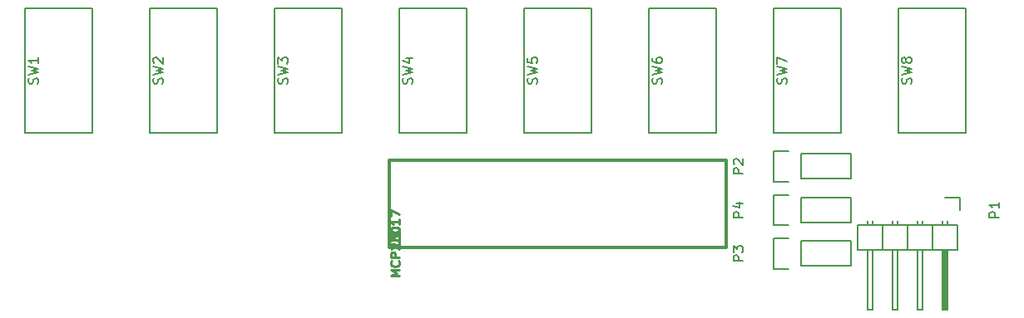
<source format=gbr>
G04 #@! TF.FileFunction,Legend,Top*
%FSLAX46Y46*%
G04 Gerber Fmt 4.6, Leading zero omitted, Abs format (unit mm)*
G04 Created by KiCad (PCBNEW 4.0.2-stable) date Friday, 12 August 2016 'pmt' 16:38:06*
%MOMM*%
G01*
G04 APERTURE LIST*
%ADD10C,0.100000*%
%ADD11C,0.150000*%
%ADD12C,0.304800*%
%ADD13C,0.222250*%
G04 APERTURE END LIST*
D10*
D11*
X215265000Y-92710000D02*
X220345000Y-92710000D01*
X220345000Y-92710000D02*
X220345000Y-90170000D01*
X220345000Y-90170000D02*
X215265000Y-90170000D01*
X212445000Y-89890000D02*
X213995000Y-89890000D01*
X215265000Y-90170000D02*
X215265000Y-92710000D01*
X213995000Y-92990000D02*
X212445000Y-92990000D01*
X212445000Y-92990000D02*
X212445000Y-89890000D01*
X215265000Y-97155000D02*
X220345000Y-97155000D01*
X220345000Y-97155000D02*
X220345000Y-94615000D01*
X220345000Y-94615000D02*
X215265000Y-94615000D01*
X212445000Y-94335000D02*
X213995000Y-94335000D01*
X215265000Y-94615000D02*
X215265000Y-97155000D01*
X213995000Y-97435000D02*
X212445000Y-97435000D01*
X212445000Y-97435000D02*
X212445000Y-94335000D01*
X215265000Y-88265000D02*
X220345000Y-88265000D01*
X220345000Y-88265000D02*
X220345000Y-85725000D01*
X220345000Y-85725000D02*
X215265000Y-85725000D01*
X212445000Y-85445000D02*
X213995000Y-85445000D01*
X215265000Y-85725000D02*
X215265000Y-88265000D01*
X213995000Y-88545000D02*
X212445000Y-88545000D01*
X212445000Y-88545000D02*
X212445000Y-85445000D01*
D12*
X173355000Y-95250000D02*
X207645000Y-95250000D01*
X207645000Y-95250000D02*
X207645000Y-86360000D01*
X207645000Y-86360000D02*
X173355000Y-86360000D01*
X173355000Y-86360000D02*
X173355000Y-95250000D01*
D11*
X143129000Y-83566000D02*
X136271000Y-83566000D01*
X136271000Y-83566000D02*
X136271000Y-70866000D01*
X136271000Y-70866000D02*
X143129000Y-70866000D01*
X143129000Y-70866000D02*
X143129000Y-83566000D01*
X168529000Y-83566000D02*
X161671000Y-83566000D01*
X161671000Y-83566000D02*
X161671000Y-70866000D01*
X161671000Y-70866000D02*
X168529000Y-70866000D01*
X168529000Y-70866000D02*
X168529000Y-83566000D01*
X181229000Y-83566000D02*
X174371000Y-83566000D01*
X174371000Y-83566000D02*
X174371000Y-70866000D01*
X174371000Y-70866000D02*
X181229000Y-70866000D01*
X181229000Y-70866000D02*
X181229000Y-83566000D01*
X193929000Y-83566000D02*
X187071000Y-83566000D01*
X187071000Y-83566000D02*
X187071000Y-70866000D01*
X187071000Y-70866000D02*
X193929000Y-70866000D01*
X193929000Y-70866000D02*
X193929000Y-83566000D01*
X206629000Y-83566000D02*
X199771000Y-83566000D01*
X199771000Y-83566000D02*
X199771000Y-70866000D01*
X199771000Y-70866000D02*
X206629000Y-70866000D01*
X206629000Y-70866000D02*
X206629000Y-83566000D01*
X219329000Y-83566000D02*
X212471000Y-83566000D01*
X212471000Y-83566000D02*
X212471000Y-70866000D01*
X212471000Y-70866000D02*
X219329000Y-70866000D01*
X219329000Y-70866000D02*
X219329000Y-83566000D01*
X232029000Y-83566000D02*
X225171000Y-83566000D01*
X225171000Y-83566000D02*
X225171000Y-70866000D01*
X225171000Y-70866000D02*
X232029000Y-70866000D01*
X232029000Y-70866000D02*
X232029000Y-83566000D01*
X155829000Y-83566000D02*
X148971000Y-83566000D01*
X148971000Y-83566000D02*
X148971000Y-70866000D01*
X148971000Y-70866000D02*
X155829000Y-70866000D01*
X155829000Y-70866000D02*
X155829000Y-83566000D01*
X231420000Y-90140000D02*
X229870000Y-90140000D01*
X231420000Y-91440000D02*
X231420000Y-90140000D01*
X229997000Y-95631000D02*
X229997000Y-101473000D01*
X229997000Y-101473000D02*
X229743000Y-101473000D01*
X229743000Y-101473000D02*
X229743000Y-95631000D01*
X229743000Y-95631000D02*
X229870000Y-95631000D01*
X229870000Y-95631000D02*
X229870000Y-101473000D01*
X230124000Y-92964000D02*
X230124000Y-92583000D01*
X229616000Y-92964000D02*
X229616000Y-92583000D01*
X227584000Y-92964000D02*
X227584000Y-92583000D01*
X227076000Y-92964000D02*
X227076000Y-92583000D01*
X225044000Y-92964000D02*
X225044000Y-92583000D01*
X224536000Y-92964000D02*
X224536000Y-92583000D01*
X221996000Y-92964000D02*
X221996000Y-92583000D01*
X222504000Y-92964000D02*
X222504000Y-92583000D01*
X231140000Y-92964000D02*
X231140000Y-95504000D01*
X228600000Y-92964000D02*
X228600000Y-95504000D01*
X228600000Y-92964000D02*
X226060000Y-92964000D01*
X226060000Y-92964000D02*
X226060000Y-95504000D01*
X227584000Y-95504000D02*
X227584000Y-101600000D01*
X227584000Y-101600000D02*
X227076000Y-101600000D01*
X227076000Y-101600000D02*
X227076000Y-95504000D01*
X226060000Y-95504000D02*
X228600000Y-95504000D01*
X228600000Y-95504000D02*
X231140000Y-95504000D01*
X229616000Y-101600000D02*
X229616000Y-95504000D01*
X230124000Y-101600000D02*
X229616000Y-101600000D01*
X230124000Y-95504000D02*
X230124000Y-101600000D01*
X228600000Y-92964000D02*
X228600000Y-95504000D01*
X231140000Y-92964000D02*
X228600000Y-92964000D01*
X223520000Y-92964000D02*
X223520000Y-95504000D01*
X223520000Y-92964000D02*
X220980000Y-92964000D01*
X220980000Y-92964000D02*
X220980000Y-95504000D01*
X222504000Y-95504000D02*
X222504000Y-101600000D01*
X222504000Y-101600000D02*
X221996000Y-101600000D01*
X221996000Y-101600000D02*
X221996000Y-95504000D01*
X220980000Y-95504000D02*
X223520000Y-95504000D01*
X223520000Y-95504000D02*
X226060000Y-95504000D01*
X224536000Y-101600000D02*
X224536000Y-95504000D01*
X225044000Y-101600000D02*
X224536000Y-101600000D01*
X225044000Y-95504000D02*
X225044000Y-101600000D01*
X223520000Y-92964000D02*
X223520000Y-95504000D01*
X226060000Y-92964000D02*
X223520000Y-92964000D01*
X226060000Y-92964000D02*
X226060000Y-95504000D01*
X209347381Y-92178095D02*
X208347381Y-92178095D01*
X208347381Y-91797142D01*
X208395000Y-91701904D01*
X208442619Y-91654285D01*
X208537857Y-91606666D01*
X208680714Y-91606666D01*
X208775952Y-91654285D01*
X208823571Y-91701904D01*
X208871190Y-91797142D01*
X208871190Y-92178095D01*
X208680714Y-90749523D02*
X209347381Y-90749523D01*
X208299762Y-90987619D02*
X209014048Y-91225714D01*
X209014048Y-90606666D01*
X209347381Y-96623095D02*
X208347381Y-96623095D01*
X208347381Y-96242142D01*
X208395000Y-96146904D01*
X208442619Y-96099285D01*
X208537857Y-96051666D01*
X208680714Y-96051666D01*
X208775952Y-96099285D01*
X208823571Y-96146904D01*
X208871190Y-96242142D01*
X208871190Y-96623095D01*
X208347381Y-95718333D02*
X208347381Y-95099285D01*
X208728333Y-95432619D01*
X208728333Y-95289761D01*
X208775952Y-95194523D01*
X208823571Y-95146904D01*
X208918810Y-95099285D01*
X209156905Y-95099285D01*
X209252143Y-95146904D01*
X209299762Y-95194523D01*
X209347381Y-95289761D01*
X209347381Y-95575476D01*
X209299762Y-95670714D01*
X209252143Y-95718333D01*
X209347381Y-87733095D02*
X208347381Y-87733095D01*
X208347381Y-87352142D01*
X208395000Y-87256904D01*
X208442619Y-87209285D01*
X208537857Y-87161666D01*
X208680714Y-87161666D01*
X208775952Y-87209285D01*
X208823571Y-87256904D01*
X208871190Y-87352142D01*
X208871190Y-87733095D01*
X208442619Y-86780714D02*
X208395000Y-86733095D01*
X208347381Y-86637857D01*
X208347381Y-86399761D01*
X208395000Y-86304523D01*
X208442619Y-86256904D01*
X208537857Y-86209285D01*
X208633095Y-86209285D01*
X208775952Y-86256904D01*
X209347381Y-86828333D01*
X209347381Y-86209285D01*
D13*
X173503167Y-95038333D02*
X174222833Y-95038333D01*
X174307500Y-94996000D01*
X174349833Y-94953667D01*
X174392167Y-94869000D01*
X174392167Y-94699667D01*
X174349833Y-94615000D01*
X174307500Y-94572667D01*
X174222833Y-94530333D01*
X173503167Y-94530333D01*
X174392167Y-93641334D02*
X174392167Y-94149334D01*
X174392167Y-93895334D02*
X173503167Y-93895334D01*
X173630167Y-93980000D01*
X173714833Y-94064667D01*
X173757167Y-94149334D01*
D12*
D13*
X174392167Y-98171000D02*
X173503167Y-98171000D01*
X174138167Y-97874667D01*
X173503167Y-97578334D01*
X174392167Y-97578334D01*
X174307500Y-96647000D02*
X174349833Y-96689334D01*
X174392167Y-96816334D01*
X174392167Y-96901000D01*
X174349833Y-97028000D01*
X174265167Y-97112667D01*
X174180500Y-97155000D01*
X174011167Y-97197334D01*
X173884167Y-97197334D01*
X173714833Y-97155000D01*
X173630167Y-97112667D01*
X173545500Y-97028000D01*
X173503167Y-96901000D01*
X173503167Y-96816334D01*
X173545500Y-96689334D01*
X173587833Y-96647000D01*
X174392167Y-96266000D02*
X173503167Y-96266000D01*
X173503167Y-95927334D01*
X173545500Y-95842667D01*
X173587833Y-95800334D01*
X173672500Y-95758000D01*
X173799500Y-95758000D01*
X173884167Y-95800334D01*
X173926500Y-95842667D01*
X173968833Y-95927334D01*
X173968833Y-96266000D01*
X173587833Y-95419334D02*
X173545500Y-95377000D01*
X173503167Y-95292334D01*
X173503167Y-95080667D01*
X173545500Y-94996000D01*
X173587833Y-94953667D01*
X173672500Y-94911334D01*
X173757167Y-94911334D01*
X173884167Y-94953667D01*
X174392167Y-95461667D01*
X174392167Y-94911334D01*
X173503167Y-94615000D02*
X173503167Y-94064667D01*
X173841833Y-94361000D01*
X173841833Y-94234000D01*
X173884167Y-94149333D01*
X173926500Y-94107000D01*
X174011167Y-94064667D01*
X174222833Y-94064667D01*
X174307500Y-94107000D01*
X174349833Y-94149333D01*
X174392167Y-94234000D01*
X174392167Y-94488000D01*
X174349833Y-94572667D01*
X174307500Y-94615000D01*
X173503167Y-93514333D02*
X173503167Y-93429666D01*
X173545500Y-93345000D01*
X173587833Y-93302666D01*
X173672500Y-93260333D01*
X173841833Y-93218000D01*
X174053500Y-93218000D01*
X174222833Y-93260333D01*
X174307500Y-93302666D01*
X174349833Y-93345000D01*
X174392167Y-93429666D01*
X174392167Y-93514333D01*
X174349833Y-93599000D01*
X174307500Y-93641333D01*
X174222833Y-93683666D01*
X174053500Y-93726000D01*
X173841833Y-93726000D01*
X173672500Y-93683666D01*
X173587833Y-93641333D01*
X173545500Y-93599000D01*
X173503167Y-93514333D01*
X174392167Y-92371333D02*
X174392167Y-92879333D01*
X174392167Y-92625333D02*
X173503167Y-92625333D01*
X173630167Y-92709999D01*
X173714833Y-92794666D01*
X173757167Y-92879333D01*
X173503167Y-92074999D02*
X173503167Y-91482332D01*
X174392167Y-91863332D01*
D12*
D11*
X137564762Y-78549333D02*
X137612381Y-78406476D01*
X137612381Y-78168380D01*
X137564762Y-78073142D01*
X137517143Y-78025523D01*
X137421905Y-77977904D01*
X137326667Y-77977904D01*
X137231429Y-78025523D01*
X137183810Y-78073142D01*
X137136190Y-78168380D01*
X137088571Y-78358857D01*
X137040952Y-78454095D01*
X136993333Y-78501714D01*
X136898095Y-78549333D01*
X136802857Y-78549333D01*
X136707619Y-78501714D01*
X136660000Y-78454095D01*
X136612381Y-78358857D01*
X136612381Y-78120761D01*
X136660000Y-77977904D01*
X136612381Y-77644571D02*
X137612381Y-77406476D01*
X136898095Y-77215999D01*
X137612381Y-77025523D01*
X136612381Y-76787428D01*
X137612381Y-75882666D02*
X137612381Y-76454095D01*
X137612381Y-76168381D02*
X136612381Y-76168381D01*
X136755238Y-76263619D01*
X136850476Y-76358857D01*
X136898095Y-76454095D01*
X162964762Y-78549333D02*
X163012381Y-78406476D01*
X163012381Y-78168380D01*
X162964762Y-78073142D01*
X162917143Y-78025523D01*
X162821905Y-77977904D01*
X162726667Y-77977904D01*
X162631429Y-78025523D01*
X162583810Y-78073142D01*
X162536190Y-78168380D01*
X162488571Y-78358857D01*
X162440952Y-78454095D01*
X162393333Y-78501714D01*
X162298095Y-78549333D01*
X162202857Y-78549333D01*
X162107619Y-78501714D01*
X162060000Y-78454095D01*
X162012381Y-78358857D01*
X162012381Y-78120761D01*
X162060000Y-77977904D01*
X162012381Y-77644571D02*
X163012381Y-77406476D01*
X162298095Y-77215999D01*
X163012381Y-77025523D01*
X162012381Y-76787428D01*
X162012381Y-76501714D02*
X162012381Y-75882666D01*
X162393333Y-76216000D01*
X162393333Y-76073142D01*
X162440952Y-75977904D01*
X162488571Y-75930285D01*
X162583810Y-75882666D01*
X162821905Y-75882666D01*
X162917143Y-75930285D01*
X162964762Y-75977904D01*
X163012381Y-76073142D01*
X163012381Y-76358857D01*
X162964762Y-76454095D01*
X162917143Y-76501714D01*
X175664762Y-78549333D02*
X175712381Y-78406476D01*
X175712381Y-78168380D01*
X175664762Y-78073142D01*
X175617143Y-78025523D01*
X175521905Y-77977904D01*
X175426667Y-77977904D01*
X175331429Y-78025523D01*
X175283810Y-78073142D01*
X175236190Y-78168380D01*
X175188571Y-78358857D01*
X175140952Y-78454095D01*
X175093333Y-78501714D01*
X174998095Y-78549333D01*
X174902857Y-78549333D01*
X174807619Y-78501714D01*
X174760000Y-78454095D01*
X174712381Y-78358857D01*
X174712381Y-78120761D01*
X174760000Y-77977904D01*
X174712381Y-77644571D02*
X175712381Y-77406476D01*
X174998095Y-77215999D01*
X175712381Y-77025523D01*
X174712381Y-76787428D01*
X175045714Y-75977904D02*
X175712381Y-75977904D01*
X174664762Y-76216000D02*
X175379048Y-76454095D01*
X175379048Y-75835047D01*
X188364762Y-78549333D02*
X188412381Y-78406476D01*
X188412381Y-78168380D01*
X188364762Y-78073142D01*
X188317143Y-78025523D01*
X188221905Y-77977904D01*
X188126667Y-77977904D01*
X188031429Y-78025523D01*
X187983810Y-78073142D01*
X187936190Y-78168380D01*
X187888571Y-78358857D01*
X187840952Y-78454095D01*
X187793333Y-78501714D01*
X187698095Y-78549333D01*
X187602857Y-78549333D01*
X187507619Y-78501714D01*
X187460000Y-78454095D01*
X187412381Y-78358857D01*
X187412381Y-78120761D01*
X187460000Y-77977904D01*
X187412381Y-77644571D02*
X188412381Y-77406476D01*
X187698095Y-77215999D01*
X188412381Y-77025523D01*
X187412381Y-76787428D01*
X187412381Y-75930285D02*
X187412381Y-76406476D01*
X187888571Y-76454095D01*
X187840952Y-76406476D01*
X187793333Y-76311238D01*
X187793333Y-76073142D01*
X187840952Y-75977904D01*
X187888571Y-75930285D01*
X187983810Y-75882666D01*
X188221905Y-75882666D01*
X188317143Y-75930285D01*
X188364762Y-75977904D01*
X188412381Y-76073142D01*
X188412381Y-76311238D01*
X188364762Y-76406476D01*
X188317143Y-76454095D01*
X201064762Y-78549333D02*
X201112381Y-78406476D01*
X201112381Y-78168380D01*
X201064762Y-78073142D01*
X201017143Y-78025523D01*
X200921905Y-77977904D01*
X200826667Y-77977904D01*
X200731429Y-78025523D01*
X200683810Y-78073142D01*
X200636190Y-78168380D01*
X200588571Y-78358857D01*
X200540952Y-78454095D01*
X200493333Y-78501714D01*
X200398095Y-78549333D01*
X200302857Y-78549333D01*
X200207619Y-78501714D01*
X200160000Y-78454095D01*
X200112381Y-78358857D01*
X200112381Y-78120761D01*
X200160000Y-77977904D01*
X200112381Y-77644571D02*
X201112381Y-77406476D01*
X200398095Y-77215999D01*
X201112381Y-77025523D01*
X200112381Y-76787428D01*
X200112381Y-75977904D02*
X200112381Y-76168381D01*
X200160000Y-76263619D01*
X200207619Y-76311238D01*
X200350476Y-76406476D01*
X200540952Y-76454095D01*
X200921905Y-76454095D01*
X201017143Y-76406476D01*
X201064762Y-76358857D01*
X201112381Y-76263619D01*
X201112381Y-76073142D01*
X201064762Y-75977904D01*
X201017143Y-75930285D01*
X200921905Y-75882666D01*
X200683810Y-75882666D01*
X200588571Y-75930285D01*
X200540952Y-75977904D01*
X200493333Y-76073142D01*
X200493333Y-76263619D01*
X200540952Y-76358857D01*
X200588571Y-76406476D01*
X200683810Y-76454095D01*
X213764762Y-78549333D02*
X213812381Y-78406476D01*
X213812381Y-78168380D01*
X213764762Y-78073142D01*
X213717143Y-78025523D01*
X213621905Y-77977904D01*
X213526667Y-77977904D01*
X213431429Y-78025523D01*
X213383810Y-78073142D01*
X213336190Y-78168380D01*
X213288571Y-78358857D01*
X213240952Y-78454095D01*
X213193333Y-78501714D01*
X213098095Y-78549333D01*
X213002857Y-78549333D01*
X212907619Y-78501714D01*
X212860000Y-78454095D01*
X212812381Y-78358857D01*
X212812381Y-78120761D01*
X212860000Y-77977904D01*
X212812381Y-77644571D02*
X213812381Y-77406476D01*
X213098095Y-77215999D01*
X213812381Y-77025523D01*
X212812381Y-76787428D01*
X212812381Y-76501714D02*
X212812381Y-75835047D01*
X213812381Y-76263619D01*
X226464762Y-78549333D02*
X226512381Y-78406476D01*
X226512381Y-78168380D01*
X226464762Y-78073142D01*
X226417143Y-78025523D01*
X226321905Y-77977904D01*
X226226667Y-77977904D01*
X226131429Y-78025523D01*
X226083810Y-78073142D01*
X226036190Y-78168380D01*
X225988571Y-78358857D01*
X225940952Y-78454095D01*
X225893333Y-78501714D01*
X225798095Y-78549333D01*
X225702857Y-78549333D01*
X225607619Y-78501714D01*
X225560000Y-78454095D01*
X225512381Y-78358857D01*
X225512381Y-78120761D01*
X225560000Y-77977904D01*
X225512381Y-77644571D02*
X226512381Y-77406476D01*
X225798095Y-77215999D01*
X226512381Y-77025523D01*
X225512381Y-76787428D01*
X225940952Y-76263619D02*
X225893333Y-76358857D01*
X225845714Y-76406476D01*
X225750476Y-76454095D01*
X225702857Y-76454095D01*
X225607619Y-76406476D01*
X225560000Y-76358857D01*
X225512381Y-76263619D01*
X225512381Y-76073142D01*
X225560000Y-75977904D01*
X225607619Y-75930285D01*
X225702857Y-75882666D01*
X225750476Y-75882666D01*
X225845714Y-75930285D01*
X225893333Y-75977904D01*
X225940952Y-76073142D01*
X225940952Y-76263619D01*
X225988571Y-76358857D01*
X226036190Y-76406476D01*
X226131429Y-76454095D01*
X226321905Y-76454095D01*
X226417143Y-76406476D01*
X226464762Y-76358857D01*
X226512381Y-76263619D01*
X226512381Y-76073142D01*
X226464762Y-75977904D01*
X226417143Y-75930285D01*
X226321905Y-75882666D01*
X226131429Y-75882666D01*
X226036190Y-75930285D01*
X225988571Y-75977904D01*
X225940952Y-76073142D01*
X150264762Y-78549333D02*
X150312381Y-78406476D01*
X150312381Y-78168380D01*
X150264762Y-78073142D01*
X150217143Y-78025523D01*
X150121905Y-77977904D01*
X150026667Y-77977904D01*
X149931429Y-78025523D01*
X149883810Y-78073142D01*
X149836190Y-78168380D01*
X149788571Y-78358857D01*
X149740952Y-78454095D01*
X149693333Y-78501714D01*
X149598095Y-78549333D01*
X149502857Y-78549333D01*
X149407619Y-78501714D01*
X149360000Y-78454095D01*
X149312381Y-78358857D01*
X149312381Y-78120761D01*
X149360000Y-77977904D01*
X149312381Y-77644571D02*
X150312381Y-77406476D01*
X149598095Y-77215999D01*
X150312381Y-77025523D01*
X149312381Y-76787428D01*
X149407619Y-76454095D02*
X149360000Y-76406476D01*
X149312381Y-76311238D01*
X149312381Y-76073142D01*
X149360000Y-75977904D01*
X149407619Y-75930285D01*
X149502857Y-75882666D01*
X149598095Y-75882666D01*
X149740952Y-75930285D01*
X150312381Y-76501714D01*
X150312381Y-75882666D01*
X235422381Y-92178095D02*
X234422381Y-92178095D01*
X234422381Y-91797142D01*
X234470000Y-91701904D01*
X234517619Y-91654285D01*
X234612857Y-91606666D01*
X234755714Y-91606666D01*
X234850952Y-91654285D01*
X234898571Y-91701904D01*
X234946190Y-91797142D01*
X234946190Y-92178095D01*
X235422381Y-90654285D02*
X235422381Y-91225714D01*
X235422381Y-90940000D02*
X234422381Y-90940000D01*
X234565238Y-91035238D01*
X234660476Y-91130476D01*
X234708095Y-91225714D01*
M02*

</source>
